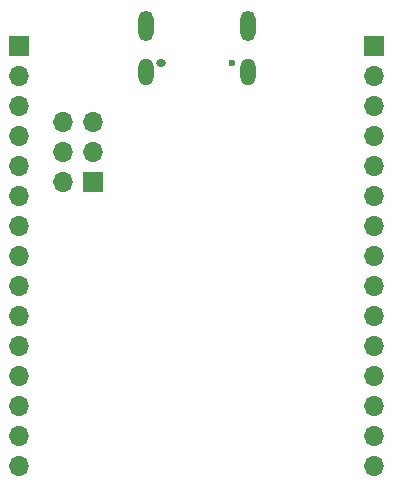
<source format=gbr>
%TF.GenerationSoftware,KiCad,Pcbnew,(7.0.0)*%
%TF.CreationDate,2023-06-28T20:41:30+03:00*%
%TF.ProjectId,Atego_Nano,41746567-6f5f-44e6-916e-6f2e6b696361,rev?*%
%TF.SameCoordinates,Original*%
%TF.FileFunction,Soldermask,Bot*%
%TF.FilePolarity,Negative*%
%FSLAX46Y46*%
G04 Gerber Fmt 4.6, Leading zero omitted, Abs format (unit mm)*
G04 Created by KiCad (PCBNEW (7.0.0)) date 2023-06-28 20:41:30*
%MOMM*%
%LPD*%
G01*
G04 APERTURE LIST*
%ADD10R,1.700000X1.700000*%
%ADD11O,1.700000X1.700000*%
%ADD12C,0.600000*%
%ADD13O,0.850000X0.600000*%
%ADD14O,1.300000X2.300000*%
%ADD15O,1.300000X2.600000*%
G04 APERTURE END LIST*
D10*
%TO.C,J603*%
X141659799Y-85431199D03*
D11*
X139119799Y-85431199D03*
X141659799Y-82891199D03*
X139119799Y-82891199D03*
X141659799Y-80351199D03*
X139119799Y-80351199D03*
%TD*%
D12*
%TO.C,J101*%
X153473600Y-75341600D03*
D13*
X147473599Y-75341599D03*
D14*
X154793599Y-76066599D03*
D15*
X154793599Y-72241599D03*
D14*
X146153599Y-76066599D03*
D15*
X146153599Y-72241599D03*
%TD*%
D10*
%TO.C,J602*%
X165509999Y-73929599D03*
D11*
X165509999Y-76469599D03*
X165509999Y-79009599D03*
X165509999Y-81549599D03*
X165509999Y-84089599D03*
X165509999Y-86629599D03*
X165509999Y-89169599D03*
X165509999Y-91709599D03*
X165509999Y-94249599D03*
X165509999Y-96789599D03*
X165509999Y-99329599D03*
X165509999Y-101869599D03*
X165509999Y-104409599D03*
X165509999Y-106949599D03*
X165509999Y-109489599D03*
%TD*%
D10*
%TO.C,J601*%
X135462199Y-73899599D03*
D11*
X135462199Y-76439599D03*
X135462199Y-78979599D03*
X135462199Y-81519599D03*
X135462199Y-84059599D03*
X135462199Y-86599599D03*
X135462199Y-89139599D03*
X135462199Y-91679599D03*
X135462199Y-94219599D03*
X135462199Y-96759599D03*
X135462199Y-99299599D03*
X135462199Y-101839599D03*
X135462199Y-104379599D03*
X135462199Y-106919599D03*
X135462199Y-109459599D03*
%TD*%
M02*

</source>
